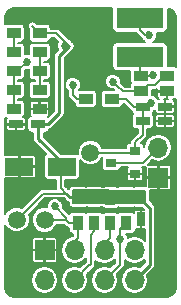
<source format=gtl>
%TF.GenerationSoftware,KiCad,Pcbnew,4.0.7*%
%TF.CreationDate,2017-10-11T16:39:00+02:00*%
%TF.ProjectId,ESP12_pcb,45535031325F7063622E6B696361645F,rev?*%
%TF.FileFunction,Copper,L1,Top,Signal*%
%FSLAX46Y46*%
G04 Gerber Fmt 4.6, Leading zero omitted, Abs format (unit mm)*
G04 Created by KiCad (PCBNEW 4.0.7) date Wednesday, 11 October 2017 'PMt' 16:39:00*
%MOMM*%
%LPD*%
G01*
G04 APERTURE LIST*
%ADD10C,0.127000*%
%ADD11C,0.600000*%
%ADD12R,1.200000X0.900000*%
%ADD13R,0.750000X1.200000*%
%ADD14R,1.200000X0.750000*%
%ADD15R,1.700000X1.700000*%
%ADD16O,1.700000X1.700000*%
%ADD17R,0.900000X0.800000*%
%ADD18R,0.900000X1.200000*%
%ADD19C,1.500000*%
%ADD20R,4.000000X1.750000*%
%ADD21R,2.400000X1.500000*%
%ADD22C,0.685800*%
%ADD23C,0.250000*%
%ADD24C,0.152400*%
%ADD25C,0.150000*%
G04 APERTURE END LIST*
D10*
D11*
X56500000Y-68400000D03*
X50300000Y-71800000D03*
X49150000Y-71800000D03*
X50300000Y-68350000D03*
X49150000Y-68325000D03*
D12*
X54000000Y-71525000D03*
X56200000Y-71525000D03*
D13*
X54000000Y-81800000D03*
X54000000Y-83700000D03*
D14*
X54125000Y-75375000D03*
X56025000Y-75375000D03*
X54125000Y-74150000D03*
X56025000Y-74150000D03*
X45300000Y-75650000D03*
X43400000Y-75650000D03*
D15*
X55450000Y-80165000D03*
D16*
X55450000Y-77625000D03*
D17*
X53475000Y-79850000D03*
X53475000Y-77950000D03*
X51475000Y-78900000D03*
D12*
X51500000Y-73500000D03*
X49300000Y-73500000D03*
X53975000Y-72875000D03*
X56175000Y-72875000D03*
X43200000Y-69550000D03*
X45400000Y-69550000D03*
X45400000Y-72750000D03*
X43200000Y-72750000D03*
X45400000Y-71150000D03*
X43200000Y-71150000D03*
X43200000Y-74350000D03*
X45400000Y-74350000D03*
D18*
X48662944Y-81786326D03*
X48662944Y-83986326D03*
X52737944Y-81811326D03*
X52737944Y-84011326D03*
X50000000Y-81775000D03*
X50000000Y-83975000D03*
X51400000Y-81850000D03*
X51400000Y-84050000D03*
D19*
X49700000Y-78050000D03*
X43475000Y-83725000D03*
X45825000Y-83750000D03*
D15*
X45820000Y-86310000D03*
D16*
X45820000Y-88850000D03*
X48360000Y-86310000D03*
X48360000Y-88850000D03*
X50900000Y-86310000D03*
X50900000Y-88850000D03*
X53440000Y-86310000D03*
X53440000Y-88850000D03*
D12*
X45400000Y-67950000D03*
X43200000Y-67950000D03*
D11*
X54000000Y-84975000D03*
D20*
X53900000Y-69925000D03*
X53900000Y-66675000D03*
D21*
X47275000Y-79250000D03*
X43675000Y-79250000D03*
D22*
X47557497Y-69008757D03*
X55000588Y-71497490D03*
X54828099Y-73865585D03*
X54678098Y-68125000D03*
X48214286Y-72319702D03*
X51601287Y-72032195D03*
X46700000Y-82600000D03*
X52190428Y-85351068D03*
X44300000Y-70350000D03*
D23*
X47662944Y-81511326D02*
X47937944Y-81786326D01*
X47937944Y-81786326D02*
X48662944Y-81786326D01*
X53440000Y-88850000D02*
X54754001Y-87535999D01*
X54754001Y-87535999D02*
X54754001Y-82779001D01*
X54754001Y-82779001D02*
X54000000Y-82025000D01*
X54000000Y-82025000D02*
X54000000Y-81800000D01*
D24*
X47572595Y-69023855D02*
X47557497Y-69008757D01*
X47903088Y-69023855D02*
X47572595Y-69023855D01*
D23*
X47075000Y-69851943D02*
X47903088Y-69023855D01*
X47075000Y-74725000D02*
X47075000Y-69851943D01*
X46150000Y-75650000D02*
X47075000Y-74725000D01*
X45300000Y-75650000D02*
X46150000Y-75650000D01*
D24*
X46829233Y-67950000D02*
X47903088Y-69023855D01*
X45400000Y-67950000D02*
X46829233Y-67950000D01*
X43475000Y-83725000D02*
X45688674Y-81511326D01*
X45688674Y-81511326D02*
X47662944Y-81511326D01*
X47175000Y-79250000D02*
X47175000Y-81023382D01*
X47175000Y-81023382D02*
X47662944Y-81511326D01*
D23*
X47175000Y-79250000D02*
X47175000Y-78750000D01*
X47175000Y-78750000D02*
X45300000Y-76875000D01*
X45300000Y-76875000D02*
X45300000Y-75650000D01*
D24*
X44800000Y-67350000D02*
X45400000Y-67950000D01*
X53900000Y-69925000D02*
X53900000Y-71425000D01*
X53900000Y-71425000D02*
X54000000Y-71525000D01*
X49700000Y-78050000D02*
X53375000Y-78050000D01*
X53375000Y-78050000D02*
X53475000Y-77950000D01*
X54973078Y-71525000D02*
X55000588Y-71497490D01*
X54000000Y-71525000D02*
X54973078Y-71525000D01*
X54125000Y-74150000D02*
X54543684Y-74150000D01*
X54543684Y-74150000D02*
X54828099Y-73865585D01*
X54125000Y-74150000D02*
X53372600Y-74150000D01*
X53372600Y-74150000D02*
X52722600Y-73500000D01*
X52722600Y-73500000D02*
X51500000Y-73500000D01*
X54125000Y-75375000D02*
X54125000Y-74150000D01*
X53475000Y-77175000D02*
X54125000Y-76525000D01*
X54125000Y-76525000D02*
X54125000Y-75375000D01*
X53475000Y-77950000D02*
X53475000Y-77175000D01*
X53900000Y-75375000D02*
X54125000Y-75375000D01*
X55450000Y-77625000D02*
X54175000Y-78900000D01*
X54175000Y-78900000D02*
X51475000Y-78900000D01*
X53900000Y-66675000D02*
X53900000Y-67702400D01*
X53900000Y-67702400D02*
X54322600Y-68125000D01*
X54322600Y-68125000D02*
X54678098Y-68125000D01*
X49300000Y-73500000D02*
X48547600Y-73500000D01*
X48547600Y-73500000D02*
X48214286Y-73166686D01*
X48214286Y-73166686D02*
X48214286Y-72804635D01*
X48214286Y-72804635D02*
X48214286Y-72319702D01*
X52444092Y-72875000D02*
X51944186Y-72375094D01*
X53975000Y-72875000D02*
X52444092Y-72875000D01*
X51944186Y-72375094D02*
X51601287Y-72032195D01*
X54544799Y-72305201D02*
X53975000Y-72875000D01*
X55969268Y-71525000D02*
X55189067Y-72305201D01*
X56200000Y-71525000D02*
X55969268Y-71525000D01*
X55189067Y-72305201D02*
X54544799Y-72305201D01*
X43200000Y-69550000D02*
X43200000Y-68947600D01*
X43200000Y-68947600D02*
X43200000Y-67950000D01*
X48662944Y-83986326D02*
X47860596Y-83986326D01*
X47860596Y-83986326D02*
X47624270Y-83750000D01*
X48360000Y-85565000D02*
X48662944Y-85262056D01*
X48662944Y-85262056D02*
X48662944Y-83986326D01*
X48360000Y-86310000D02*
X48360000Y-85565000D01*
X47662944Y-83711326D02*
X47662944Y-83562944D01*
X47662944Y-83562944D02*
X46700000Y-82600000D01*
X45825000Y-83750000D02*
X47624270Y-83750000D01*
X47624270Y-83750000D02*
X47662944Y-83711326D01*
X52190428Y-85351068D02*
X52190428Y-84558842D01*
X52190428Y-84558842D02*
X52737944Y-84011326D01*
X52190428Y-85836001D02*
X52190428Y-85351068D01*
X52190428Y-87559572D02*
X52190428Y-85836001D01*
X50900000Y-88850000D02*
X52190428Y-87559572D01*
X50900000Y-85750000D02*
X51400000Y-85250000D01*
X51400000Y-85250000D02*
X51400000Y-84050000D01*
X50900000Y-86310000D02*
X50900000Y-85750000D01*
X50400000Y-85810000D02*
X50900000Y-86310000D01*
X50000000Y-84727400D02*
X49719799Y-85007601D01*
X49719799Y-85007601D02*
X49719799Y-87490201D01*
X49719799Y-87490201D02*
X49540201Y-87669799D01*
X48360000Y-88850000D02*
X49540201Y-87669799D01*
X50000000Y-84727400D02*
X50000000Y-83975000D01*
X45400000Y-71150000D02*
X45400000Y-72750000D01*
X45400000Y-69550000D02*
X45400000Y-70152400D01*
X45400000Y-70152400D02*
X45400000Y-71150000D01*
X43200000Y-71150000D02*
X43500000Y-71150000D01*
X43500000Y-71150000D02*
X44300000Y-70350000D01*
X43200000Y-72750000D02*
X43200000Y-74350000D01*
X43200000Y-71150000D02*
X43200000Y-72750000D01*
D25*
G36*
X55350000Y-72793750D02*
X55406250Y-72850000D01*
X56150000Y-72850000D01*
X56150000Y-72830000D01*
X56200000Y-72830000D01*
X56200000Y-72850000D01*
X56220000Y-72850000D01*
X56220000Y-72900000D01*
X56200000Y-72900000D01*
X56200000Y-73493750D01*
X56256250Y-73550000D01*
X56106250Y-73550000D01*
X56050000Y-73606250D01*
X56050000Y-74125000D01*
X56793750Y-74125000D01*
X56850000Y-74068750D01*
X56850000Y-73730244D01*
X56815746Y-73647548D01*
X56752452Y-73584254D01*
X56669755Y-73550000D01*
X56819755Y-73550000D01*
X56902452Y-73515746D01*
X56911500Y-73506698D01*
X56911500Y-89521584D01*
X56852118Y-89820117D01*
X56699110Y-90049110D01*
X56470117Y-90202118D01*
X56171584Y-90261500D01*
X43228416Y-90261500D01*
X42929883Y-90202118D01*
X42700890Y-90049110D01*
X42547882Y-89820117D01*
X42488500Y-89521584D01*
X42488500Y-88826902D01*
X44641000Y-88826902D01*
X44641000Y-88873098D01*
X44730746Y-89324282D01*
X44986321Y-89706777D01*
X45368816Y-89962352D01*
X45820000Y-90052098D01*
X46271184Y-89962352D01*
X46653679Y-89706777D01*
X46909254Y-89324282D01*
X46999000Y-88873098D01*
X46999000Y-88826902D01*
X46909254Y-88375718D01*
X46653679Y-87993223D01*
X46271184Y-87737648D01*
X45820000Y-87647902D01*
X45368816Y-87737648D01*
X44986321Y-87993223D01*
X44730746Y-88375718D01*
X44641000Y-88826902D01*
X42488500Y-88826902D01*
X42488500Y-86391250D01*
X44745000Y-86391250D01*
X44745000Y-87204755D01*
X44779254Y-87287452D01*
X44842548Y-87350746D01*
X44925244Y-87385000D01*
X45738750Y-87385000D01*
X45795000Y-87328750D01*
X45795000Y-86335000D01*
X45845000Y-86335000D01*
X45845000Y-87328750D01*
X45901250Y-87385000D01*
X46714756Y-87385000D01*
X46797452Y-87350746D01*
X46860746Y-87287452D01*
X46895000Y-87204755D01*
X46895000Y-86391250D01*
X46838750Y-86335000D01*
X45845000Y-86335000D01*
X45795000Y-86335000D01*
X44801250Y-86335000D01*
X44745000Y-86391250D01*
X42488500Y-86391250D01*
X42488500Y-85415245D01*
X44745000Y-85415245D01*
X44745000Y-86228750D01*
X44801250Y-86285000D01*
X45795000Y-86285000D01*
X45795000Y-85291250D01*
X45845000Y-85291250D01*
X45845000Y-86285000D01*
X46838750Y-86285000D01*
X46895000Y-86228750D01*
X46895000Y-85415245D01*
X46860746Y-85332548D01*
X46797452Y-85269254D01*
X46714756Y-85235000D01*
X45901250Y-85235000D01*
X45845000Y-85291250D01*
X45795000Y-85291250D01*
X45738750Y-85235000D01*
X44925244Y-85235000D01*
X44842548Y-85269254D01*
X44779254Y-85332548D01*
X44745000Y-85415245D01*
X42488500Y-85415245D01*
X42488500Y-84163004D01*
X42559735Y-84335406D01*
X42862997Y-84639198D01*
X43259432Y-84803812D01*
X43688685Y-84804187D01*
X44085406Y-84640265D01*
X44389198Y-84337003D01*
X44553812Y-83940568D01*
X44554187Y-83511315D01*
X44468676Y-83304364D01*
X45856514Y-81916526D01*
X47426092Y-81916526D01*
X47616918Y-82107353D01*
X47764206Y-82205767D01*
X47877499Y-82228303D01*
X47877499Y-82386326D01*
X47900440Y-82508246D01*
X47972494Y-82620222D01*
X48082437Y-82695343D01*
X48212944Y-82721771D01*
X49112944Y-82721771D01*
X49234864Y-82698830D01*
X49341112Y-82630462D01*
X49419493Y-82684017D01*
X49550000Y-82710445D01*
X50450000Y-82710445D01*
X50571920Y-82687504D01*
X50670891Y-82623818D01*
X50709550Y-82683896D01*
X50819493Y-82759017D01*
X50950000Y-82785445D01*
X51850000Y-82785445D01*
X51971920Y-82762504D01*
X52083896Y-82690450D01*
X52093378Y-82676573D01*
X52157437Y-82720343D01*
X52287944Y-82746771D01*
X53187944Y-82746771D01*
X53309864Y-82723830D01*
X53416112Y-82655462D01*
X53494493Y-82709017D01*
X53625000Y-82735445D01*
X54068392Y-82735445D01*
X54207947Y-82875000D01*
X54081250Y-82875000D01*
X54025000Y-82931250D01*
X54025000Y-83675000D01*
X54045000Y-83675000D01*
X54045000Y-83725000D01*
X54025000Y-83725000D01*
X54025000Y-84468750D01*
X54081250Y-84525000D01*
X54300001Y-84525000D01*
X54300001Y-85492617D01*
X54273679Y-85453223D01*
X53891184Y-85197648D01*
X53440000Y-85107902D01*
X52988816Y-85197648D01*
X52862388Y-85282124D01*
X52862444Y-85218005D01*
X52760369Y-84970965D01*
X52736217Y-84946771D01*
X53187944Y-84946771D01*
X53309864Y-84923830D01*
X53421840Y-84851776D01*
X53496961Y-84741833D01*
X53523389Y-84611326D01*
X53523389Y-84501450D01*
X53580244Y-84525000D01*
X53918750Y-84525000D01*
X53975000Y-84468750D01*
X53975000Y-83725000D01*
X53955000Y-83725000D01*
X53955000Y-83675000D01*
X53975000Y-83675000D01*
X53975000Y-82931250D01*
X53918750Y-82875000D01*
X53580244Y-82875000D01*
X53497548Y-82909254D01*
X53434254Y-82972548D01*
X53400000Y-83055245D01*
X53400000Y-83158029D01*
X53318451Y-83102309D01*
X53187944Y-83075881D01*
X52287944Y-83075881D01*
X52166024Y-83098822D01*
X52054048Y-83170876D01*
X52044566Y-83184753D01*
X51980507Y-83140983D01*
X51850000Y-83114555D01*
X50950000Y-83114555D01*
X50828080Y-83137496D01*
X50729109Y-83201182D01*
X50690450Y-83141104D01*
X50580507Y-83065983D01*
X50450000Y-83039555D01*
X49550000Y-83039555D01*
X49428080Y-83062496D01*
X49321832Y-83130864D01*
X49243451Y-83077309D01*
X49112944Y-83050881D01*
X48212944Y-83050881D01*
X48091024Y-83073822D01*
X47979048Y-83145876D01*
X47914047Y-83241008D01*
X47371814Y-82698774D01*
X47372016Y-82466937D01*
X47269941Y-82219897D01*
X47081098Y-82030723D01*
X46834235Y-81928217D01*
X46566937Y-81927984D01*
X46319897Y-82030059D01*
X46130723Y-82218902D01*
X46028217Y-82465765D01*
X46028038Y-82671177D01*
X45611315Y-82670813D01*
X45214594Y-82834735D01*
X44910802Y-83137997D01*
X44746188Y-83534432D01*
X44745813Y-83963685D01*
X44909735Y-84360406D01*
X45212997Y-84664198D01*
X45609432Y-84828812D01*
X46038685Y-84829187D01*
X46435406Y-84665265D01*
X46739198Y-84362003D01*
X46825070Y-84155200D01*
X47456431Y-84155200D01*
X47574074Y-84272843D01*
X47574076Y-84272846D01*
X47705533Y-84360682D01*
X47860596Y-84391526D01*
X47877499Y-84391526D01*
X47877499Y-84586326D01*
X47900440Y-84708246D01*
X47972494Y-84820222D01*
X48082437Y-84895343D01*
X48212944Y-84921771D01*
X48257744Y-84921771D01*
X48257744Y-85094217D01*
X48215270Y-85136691D01*
X47908816Y-85197648D01*
X47526321Y-85453223D01*
X47270746Y-85835718D01*
X47181000Y-86286902D01*
X47181000Y-86333098D01*
X47270746Y-86784282D01*
X47526321Y-87166777D01*
X47908816Y-87422352D01*
X48360000Y-87512098D01*
X48811184Y-87422352D01*
X49193679Y-87166777D01*
X49314599Y-86985807D01*
X49314599Y-87322361D01*
X49253681Y-87383279D01*
X49253679Y-87383282D01*
X48864013Y-87772947D01*
X48811184Y-87737648D01*
X48360000Y-87647902D01*
X47908816Y-87737648D01*
X47526321Y-87993223D01*
X47270746Y-88375718D01*
X47181000Y-88826902D01*
X47181000Y-88873098D01*
X47270746Y-89324282D01*
X47526321Y-89706777D01*
X47908816Y-89962352D01*
X48360000Y-90052098D01*
X48811184Y-89962352D01*
X49193679Y-89706777D01*
X49449254Y-89324282D01*
X49539000Y-88873098D01*
X49539000Y-88826902D01*
X49449254Y-88375718D01*
X49432458Y-88350581D01*
X49826718Y-87956321D01*
X49826721Y-87956319D01*
X50006319Y-87776721D01*
X50094155Y-87645265D01*
X50125000Y-87490201D01*
X50124999Y-87490196D01*
X50124999Y-87205984D01*
X50448816Y-87422352D01*
X50900000Y-87512098D01*
X51351184Y-87422352D01*
X51733679Y-87166777D01*
X51785228Y-87089628D01*
X51785228Y-87391732D01*
X51404013Y-87772947D01*
X51351184Y-87737648D01*
X50900000Y-87647902D01*
X50448816Y-87737648D01*
X50066321Y-87993223D01*
X49810746Y-88375718D01*
X49721000Y-88826902D01*
X49721000Y-88873098D01*
X49810746Y-89324282D01*
X50066321Y-89706777D01*
X50448816Y-89962352D01*
X50900000Y-90052098D01*
X51351184Y-89962352D01*
X51733679Y-89706777D01*
X51989254Y-89324282D01*
X52079000Y-88873098D01*
X52079000Y-88826902D01*
X51989254Y-88375718D01*
X51972458Y-88350582D01*
X52476948Y-87846092D01*
X52564784Y-87714635D01*
X52595629Y-87559572D01*
X52595628Y-87559567D01*
X52595628Y-87150774D01*
X52606321Y-87166777D01*
X52988816Y-87422352D01*
X53440000Y-87512098D01*
X53891184Y-87422352D01*
X54273679Y-87166777D01*
X54300001Y-87127383D01*
X54300001Y-87347946D01*
X53902643Y-87745305D01*
X53891184Y-87737648D01*
X53440000Y-87647902D01*
X52988816Y-87737648D01*
X52606321Y-87993223D01*
X52350746Y-88375718D01*
X52261000Y-88826902D01*
X52261000Y-88873098D01*
X52350746Y-89324282D01*
X52606321Y-89706777D01*
X52988816Y-89962352D01*
X53440000Y-90052098D01*
X53891184Y-89962352D01*
X54273679Y-89706777D01*
X54529254Y-89324282D01*
X54619000Y-88873098D01*
X54619000Y-88826902D01*
X54533747Y-88398306D01*
X55075027Y-87857026D01*
X55173442Y-87709737D01*
X55186266Y-87645265D01*
X55208001Y-87535999D01*
X55208001Y-82779001D01*
X55173442Y-82605263D01*
X55173442Y-82605262D01*
X55075027Y-82457974D01*
X54710445Y-82093392D01*
X54710445Y-81240000D01*
X55368750Y-81240000D01*
X55425000Y-81183750D01*
X55425000Y-80190000D01*
X55475000Y-80190000D01*
X55475000Y-81183750D01*
X55531250Y-81240000D01*
X56344755Y-81240000D01*
X56427452Y-81205746D01*
X56490746Y-81142452D01*
X56525000Y-81059756D01*
X56525000Y-80246250D01*
X56468750Y-80190000D01*
X55475000Y-80190000D01*
X55425000Y-80190000D01*
X54431250Y-80190000D01*
X54375000Y-80246250D01*
X54375000Y-80864555D01*
X53625000Y-80864555D01*
X53503080Y-80887496D01*
X53396832Y-80955864D01*
X53318451Y-80902309D01*
X53187944Y-80875881D01*
X52287944Y-80875881D01*
X52166024Y-80898822D01*
X52054048Y-80970876D01*
X52044566Y-80984753D01*
X51980507Y-80940983D01*
X51850000Y-80914555D01*
X50950000Y-80914555D01*
X50828080Y-80937496D01*
X50729109Y-81001182D01*
X50690450Y-80941104D01*
X50580507Y-80865983D01*
X50450000Y-80839555D01*
X49550000Y-80839555D01*
X49428080Y-80862496D01*
X49321832Y-80930864D01*
X49243451Y-80877309D01*
X49112944Y-80850881D01*
X48212944Y-80850881D01*
X48091024Y-80873822D01*
X47979048Y-80945876D01*
X47903927Y-81055819D01*
X47889480Y-81127163D01*
X47836682Y-81091885D01*
X47811543Y-81086885D01*
X47580200Y-80855542D01*
X47580200Y-80335445D01*
X48475000Y-80335445D01*
X48596920Y-80312504D01*
X48708896Y-80240450D01*
X48784017Y-80130507D01*
X48810445Y-80000000D01*
X48810445Y-79931250D01*
X52800000Y-79931250D01*
X52800000Y-80294756D01*
X52834254Y-80377452D01*
X52897548Y-80440746D01*
X52980245Y-80475000D01*
X53393750Y-80475000D01*
X53450000Y-80418750D01*
X53450000Y-79875000D01*
X53500000Y-79875000D01*
X53500000Y-80418750D01*
X53556250Y-80475000D01*
X53969755Y-80475000D01*
X54052452Y-80440746D01*
X54115746Y-80377452D01*
X54150000Y-80294756D01*
X54150000Y-79931250D01*
X54093750Y-79875000D01*
X53500000Y-79875000D01*
X53450000Y-79875000D01*
X52856250Y-79875000D01*
X52800000Y-79931250D01*
X48810445Y-79931250D01*
X48810445Y-78686161D01*
X49087997Y-78964198D01*
X49484432Y-79128812D01*
X49913685Y-79129187D01*
X50310406Y-78965265D01*
X50614198Y-78662003D01*
X50697254Y-78461983D01*
X50689555Y-78500000D01*
X50689555Y-79300000D01*
X50712496Y-79421920D01*
X50784550Y-79533896D01*
X50894493Y-79609017D01*
X51025000Y-79635445D01*
X51925000Y-79635445D01*
X52046920Y-79612504D01*
X52158896Y-79540450D01*
X52234017Y-79430507D01*
X52259392Y-79305200D01*
X52851602Y-79305200D01*
X52834254Y-79322548D01*
X52800000Y-79405244D01*
X52800000Y-79768750D01*
X52856250Y-79825000D01*
X53450000Y-79825000D01*
X53450000Y-79805000D01*
X53500000Y-79805000D01*
X53500000Y-79825000D01*
X54093750Y-79825000D01*
X54150000Y-79768750D01*
X54150000Y-79405244D01*
X54115746Y-79322548D01*
X54098398Y-79305200D01*
X54175000Y-79305200D01*
X54330064Y-79274356D01*
X54389841Y-79234414D01*
X54375000Y-79270244D01*
X54375000Y-80083750D01*
X54431250Y-80140000D01*
X55425000Y-80140000D01*
X55425000Y-79146250D01*
X55475000Y-79146250D01*
X55475000Y-80140000D01*
X56468750Y-80140000D01*
X56525000Y-80083750D01*
X56525000Y-79270244D01*
X56490746Y-79187548D01*
X56427452Y-79124254D01*
X56344755Y-79090000D01*
X55531250Y-79090000D01*
X55475000Y-79146250D01*
X55425000Y-79146250D01*
X55368750Y-79090000D01*
X54558040Y-79090000D01*
X54950581Y-78697458D01*
X54975718Y-78714254D01*
X55426902Y-78804000D01*
X55473098Y-78804000D01*
X55924282Y-78714254D01*
X56306777Y-78458679D01*
X56562352Y-78076184D01*
X56652098Y-77625000D01*
X56562352Y-77173816D01*
X56306777Y-76791321D01*
X55924282Y-76535746D01*
X55473098Y-76446000D01*
X55426902Y-76446000D01*
X54975718Y-76535746D01*
X54593223Y-76791321D01*
X54337648Y-77173816D01*
X54260445Y-77561942D01*
X54260445Y-77550000D01*
X54237504Y-77428080D01*
X54165450Y-77316104D01*
X54055507Y-77240983D01*
X53994426Y-77228614D01*
X54411520Y-76811520D01*
X54499356Y-76680063D01*
X54530201Y-76525000D01*
X54530200Y-76524995D01*
X54530200Y-76085445D01*
X54725000Y-76085445D01*
X54846920Y-76062504D01*
X54958896Y-75990450D01*
X55034017Y-75880507D01*
X55060445Y-75750000D01*
X55060445Y-75456250D01*
X55200000Y-75456250D01*
X55200000Y-75794756D01*
X55234254Y-75877452D01*
X55297548Y-75940746D01*
X55380245Y-75975000D01*
X55943750Y-75975000D01*
X56000000Y-75918750D01*
X56000000Y-75400000D01*
X56050000Y-75400000D01*
X56050000Y-75918750D01*
X56106250Y-75975000D01*
X56669755Y-75975000D01*
X56752452Y-75940746D01*
X56815746Y-75877452D01*
X56850000Y-75794756D01*
X56850000Y-75456250D01*
X56793750Y-75400000D01*
X56050000Y-75400000D01*
X56000000Y-75400000D01*
X55256250Y-75400000D01*
X55200000Y-75456250D01*
X55060445Y-75456250D01*
X55060445Y-75000000D01*
X55052024Y-74955244D01*
X55200000Y-74955244D01*
X55200000Y-75293750D01*
X55256250Y-75350000D01*
X56000000Y-75350000D01*
X56000000Y-74831250D01*
X56050000Y-74831250D01*
X56050000Y-75350000D01*
X56793750Y-75350000D01*
X56850000Y-75293750D01*
X56850000Y-74955244D01*
X56815746Y-74872548D01*
X56752452Y-74809254D01*
X56669755Y-74775000D01*
X56106250Y-74775000D01*
X56050000Y-74831250D01*
X56000000Y-74831250D01*
X55943750Y-74775000D01*
X55380245Y-74775000D01*
X55297548Y-74809254D01*
X55234254Y-74872548D01*
X55200000Y-74955244D01*
X55052024Y-74955244D01*
X55037504Y-74878080D01*
X54965450Y-74766104D01*
X54960677Y-74762843D01*
X55034017Y-74655507D01*
X55060445Y-74525000D01*
X55060445Y-74496578D01*
X55200000Y-74438915D01*
X55200000Y-74569756D01*
X55234254Y-74652452D01*
X55297548Y-74715746D01*
X55380245Y-74750000D01*
X55943750Y-74750000D01*
X56000000Y-74693750D01*
X56000000Y-74175000D01*
X56050000Y-74175000D01*
X56050000Y-74693750D01*
X56106250Y-74750000D01*
X56669755Y-74750000D01*
X56752452Y-74715746D01*
X56815746Y-74652452D01*
X56850000Y-74569756D01*
X56850000Y-74231250D01*
X56793750Y-74175000D01*
X56050000Y-74175000D01*
X56000000Y-74175000D01*
X55980000Y-74175000D01*
X55980000Y-74125000D01*
X56000000Y-74125000D01*
X56000000Y-73606250D01*
X55943750Y-73550000D01*
X56093750Y-73550000D01*
X56150000Y-73493750D01*
X56150000Y-72900000D01*
X55406250Y-72900000D01*
X55350000Y-72956250D01*
X55350000Y-73369756D01*
X55384254Y-73452452D01*
X55447548Y-73515746D01*
X55530245Y-73550000D01*
X55424698Y-73550000D01*
X55398040Y-73485482D01*
X55209197Y-73296308D01*
X54962334Y-73193802D01*
X54910445Y-73193757D01*
X54910445Y-72710401D01*
X55189067Y-72710401D01*
X55344131Y-72679557D01*
X55350000Y-72675635D01*
X55350000Y-72793750D01*
X55350000Y-72793750D01*
G37*
X55350000Y-72793750D02*
X55406250Y-72850000D01*
X56150000Y-72850000D01*
X56150000Y-72830000D01*
X56200000Y-72830000D01*
X56200000Y-72850000D01*
X56220000Y-72850000D01*
X56220000Y-72900000D01*
X56200000Y-72900000D01*
X56200000Y-73493750D01*
X56256250Y-73550000D01*
X56106250Y-73550000D01*
X56050000Y-73606250D01*
X56050000Y-74125000D01*
X56793750Y-74125000D01*
X56850000Y-74068750D01*
X56850000Y-73730244D01*
X56815746Y-73647548D01*
X56752452Y-73584254D01*
X56669755Y-73550000D01*
X56819755Y-73550000D01*
X56902452Y-73515746D01*
X56911500Y-73506698D01*
X56911500Y-89521584D01*
X56852118Y-89820117D01*
X56699110Y-90049110D01*
X56470117Y-90202118D01*
X56171584Y-90261500D01*
X43228416Y-90261500D01*
X42929883Y-90202118D01*
X42700890Y-90049110D01*
X42547882Y-89820117D01*
X42488500Y-89521584D01*
X42488500Y-88826902D01*
X44641000Y-88826902D01*
X44641000Y-88873098D01*
X44730746Y-89324282D01*
X44986321Y-89706777D01*
X45368816Y-89962352D01*
X45820000Y-90052098D01*
X46271184Y-89962352D01*
X46653679Y-89706777D01*
X46909254Y-89324282D01*
X46999000Y-88873098D01*
X46999000Y-88826902D01*
X46909254Y-88375718D01*
X46653679Y-87993223D01*
X46271184Y-87737648D01*
X45820000Y-87647902D01*
X45368816Y-87737648D01*
X44986321Y-87993223D01*
X44730746Y-88375718D01*
X44641000Y-88826902D01*
X42488500Y-88826902D01*
X42488500Y-86391250D01*
X44745000Y-86391250D01*
X44745000Y-87204755D01*
X44779254Y-87287452D01*
X44842548Y-87350746D01*
X44925244Y-87385000D01*
X45738750Y-87385000D01*
X45795000Y-87328750D01*
X45795000Y-86335000D01*
X45845000Y-86335000D01*
X45845000Y-87328750D01*
X45901250Y-87385000D01*
X46714756Y-87385000D01*
X46797452Y-87350746D01*
X46860746Y-87287452D01*
X46895000Y-87204755D01*
X46895000Y-86391250D01*
X46838750Y-86335000D01*
X45845000Y-86335000D01*
X45795000Y-86335000D01*
X44801250Y-86335000D01*
X44745000Y-86391250D01*
X42488500Y-86391250D01*
X42488500Y-85415245D01*
X44745000Y-85415245D01*
X44745000Y-86228750D01*
X44801250Y-86285000D01*
X45795000Y-86285000D01*
X45795000Y-85291250D01*
X45845000Y-85291250D01*
X45845000Y-86285000D01*
X46838750Y-86285000D01*
X46895000Y-86228750D01*
X46895000Y-85415245D01*
X46860746Y-85332548D01*
X46797452Y-85269254D01*
X46714756Y-85235000D01*
X45901250Y-85235000D01*
X45845000Y-85291250D01*
X45795000Y-85291250D01*
X45738750Y-85235000D01*
X44925244Y-85235000D01*
X44842548Y-85269254D01*
X44779254Y-85332548D01*
X44745000Y-85415245D01*
X42488500Y-85415245D01*
X42488500Y-84163004D01*
X42559735Y-84335406D01*
X42862997Y-84639198D01*
X43259432Y-84803812D01*
X43688685Y-84804187D01*
X44085406Y-84640265D01*
X44389198Y-84337003D01*
X44553812Y-83940568D01*
X44554187Y-83511315D01*
X44468676Y-83304364D01*
X45856514Y-81916526D01*
X47426092Y-81916526D01*
X47616918Y-82107353D01*
X47764206Y-82205767D01*
X47877499Y-82228303D01*
X47877499Y-82386326D01*
X47900440Y-82508246D01*
X47972494Y-82620222D01*
X48082437Y-82695343D01*
X48212944Y-82721771D01*
X49112944Y-82721771D01*
X49234864Y-82698830D01*
X49341112Y-82630462D01*
X49419493Y-82684017D01*
X49550000Y-82710445D01*
X50450000Y-82710445D01*
X50571920Y-82687504D01*
X50670891Y-82623818D01*
X50709550Y-82683896D01*
X50819493Y-82759017D01*
X50950000Y-82785445D01*
X51850000Y-82785445D01*
X51971920Y-82762504D01*
X52083896Y-82690450D01*
X52093378Y-82676573D01*
X52157437Y-82720343D01*
X52287944Y-82746771D01*
X53187944Y-82746771D01*
X53309864Y-82723830D01*
X53416112Y-82655462D01*
X53494493Y-82709017D01*
X53625000Y-82735445D01*
X54068392Y-82735445D01*
X54207947Y-82875000D01*
X54081250Y-82875000D01*
X54025000Y-82931250D01*
X54025000Y-83675000D01*
X54045000Y-83675000D01*
X54045000Y-83725000D01*
X54025000Y-83725000D01*
X54025000Y-84468750D01*
X54081250Y-84525000D01*
X54300001Y-84525000D01*
X54300001Y-85492617D01*
X54273679Y-85453223D01*
X53891184Y-85197648D01*
X53440000Y-85107902D01*
X52988816Y-85197648D01*
X52862388Y-85282124D01*
X52862444Y-85218005D01*
X52760369Y-84970965D01*
X52736217Y-84946771D01*
X53187944Y-84946771D01*
X53309864Y-84923830D01*
X53421840Y-84851776D01*
X53496961Y-84741833D01*
X53523389Y-84611326D01*
X53523389Y-84501450D01*
X53580244Y-84525000D01*
X53918750Y-84525000D01*
X53975000Y-84468750D01*
X53975000Y-83725000D01*
X53955000Y-83725000D01*
X53955000Y-83675000D01*
X53975000Y-83675000D01*
X53975000Y-82931250D01*
X53918750Y-82875000D01*
X53580244Y-82875000D01*
X53497548Y-82909254D01*
X53434254Y-82972548D01*
X53400000Y-83055245D01*
X53400000Y-83158029D01*
X53318451Y-83102309D01*
X53187944Y-83075881D01*
X52287944Y-83075881D01*
X52166024Y-83098822D01*
X52054048Y-83170876D01*
X52044566Y-83184753D01*
X51980507Y-83140983D01*
X51850000Y-83114555D01*
X50950000Y-83114555D01*
X50828080Y-83137496D01*
X50729109Y-83201182D01*
X50690450Y-83141104D01*
X50580507Y-83065983D01*
X50450000Y-83039555D01*
X49550000Y-83039555D01*
X49428080Y-83062496D01*
X49321832Y-83130864D01*
X49243451Y-83077309D01*
X49112944Y-83050881D01*
X48212944Y-83050881D01*
X48091024Y-83073822D01*
X47979048Y-83145876D01*
X47914047Y-83241008D01*
X47371814Y-82698774D01*
X47372016Y-82466937D01*
X47269941Y-82219897D01*
X47081098Y-82030723D01*
X46834235Y-81928217D01*
X46566937Y-81927984D01*
X46319897Y-82030059D01*
X46130723Y-82218902D01*
X46028217Y-82465765D01*
X46028038Y-82671177D01*
X45611315Y-82670813D01*
X45214594Y-82834735D01*
X44910802Y-83137997D01*
X44746188Y-83534432D01*
X44745813Y-83963685D01*
X44909735Y-84360406D01*
X45212997Y-84664198D01*
X45609432Y-84828812D01*
X46038685Y-84829187D01*
X46435406Y-84665265D01*
X46739198Y-84362003D01*
X46825070Y-84155200D01*
X47456431Y-84155200D01*
X47574074Y-84272843D01*
X47574076Y-84272846D01*
X47705533Y-84360682D01*
X47860596Y-84391526D01*
X47877499Y-84391526D01*
X47877499Y-84586326D01*
X47900440Y-84708246D01*
X47972494Y-84820222D01*
X48082437Y-84895343D01*
X48212944Y-84921771D01*
X48257744Y-84921771D01*
X48257744Y-85094217D01*
X48215270Y-85136691D01*
X47908816Y-85197648D01*
X47526321Y-85453223D01*
X47270746Y-85835718D01*
X47181000Y-86286902D01*
X47181000Y-86333098D01*
X47270746Y-86784282D01*
X47526321Y-87166777D01*
X47908816Y-87422352D01*
X48360000Y-87512098D01*
X48811184Y-87422352D01*
X49193679Y-87166777D01*
X49314599Y-86985807D01*
X49314599Y-87322361D01*
X49253681Y-87383279D01*
X49253679Y-87383282D01*
X48864013Y-87772947D01*
X48811184Y-87737648D01*
X48360000Y-87647902D01*
X47908816Y-87737648D01*
X47526321Y-87993223D01*
X47270746Y-88375718D01*
X47181000Y-88826902D01*
X47181000Y-88873098D01*
X47270746Y-89324282D01*
X47526321Y-89706777D01*
X47908816Y-89962352D01*
X48360000Y-90052098D01*
X48811184Y-89962352D01*
X49193679Y-89706777D01*
X49449254Y-89324282D01*
X49539000Y-88873098D01*
X49539000Y-88826902D01*
X49449254Y-88375718D01*
X49432458Y-88350581D01*
X49826718Y-87956321D01*
X49826721Y-87956319D01*
X50006319Y-87776721D01*
X50094155Y-87645265D01*
X50125000Y-87490201D01*
X50124999Y-87490196D01*
X50124999Y-87205984D01*
X50448816Y-87422352D01*
X50900000Y-87512098D01*
X51351184Y-87422352D01*
X51733679Y-87166777D01*
X51785228Y-87089628D01*
X51785228Y-87391732D01*
X51404013Y-87772947D01*
X51351184Y-87737648D01*
X50900000Y-87647902D01*
X50448816Y-87737648D01*
X50066321Y-87993223D01*
X49810746Y-88375718D01*
X49721000Y-88826902D01*
X49721000Y-88873098D01*
X49810746Y-89324282D01*
X50066321Y-89706777D01*
X50448816Y-89962352D01*
X50900000Y-90052098D01*
X51351184Y-89962352D01*
X51733679Y-89706777D01*
X51989254Y-89324282D01*
X52079000Y-88873098D01*
X52079000Y-88826902D01*
X51989254Y-88375718D01*
X51972458Y-88350582D01*
X52476948Y-87846092D01*
X52564784Y-87714635D01*
X52595629Y-87559572D01*
X52595628Y-87559567D01*
X52595628Y-87150774D01*
X52606321Y-87166777D01*
X52988816Y-87422352D01*
X53440000Y-87512098D01*
X53891184Y-87422352D01*
X54273679Y-87166777D01*
X54300001Y-87127383D01*
X54300001Y-87347946D01*
X53902643Y-87745305D01*
X53891184Y-87737648D01*
X53440000Y-87647902D01*
X52988816Y-87737648D01*
X52606321Y-87993223D01*
X52350746Y-88375718D01*
X52261000Y-88826902D01*
X52261000Y-88873098D01*
X52350746Y-89324282D01*
X52606321Y-89706777D01*
X52988816Y-89962352D01*
X53440000Y-90052098D01*
X53891184Y-89962352D01*
X54273679Y-89706777D01*
X54529254Y-89324282D01*
X54619000Y-88873098D01*
X54619000Y-88826902D01*
X54533747Y-88398306D01*
X55075027Y-87857026D01*
X55173442Y-87709737D01*
X55186266Y-87645265D01*
X55208001Y-87535999D01*
X55208001Y-82779001D01*
X55173442Y-82605263D01*
X55173442Y-82605262D01*
X55075027Y-82457974D01*
X54710445Y-82093392D01*
X54710445Y-81240000D01*
X55368750Y-81240000D01*
X55425000Y-81183750D01*
X55425000Y-80190000D01*
X55475000Y-80190000D01*
X55475000Y-81183750D01*
X55531250Y-81240000D01*
X56344755Y-81240000D01*
X56427452Y-81205746D01*
X56490746Y-81142452D01*
X56525000Y-81059756D01*
X56525000Y-80246250D01*
X56468750Y-80190000D01*
X55475000Y-80190000D01*
X55425000Y-80190000D01*
X54431250Y-80190000D01*
X54375000Y-80246250D01*
X54375000Y-80864555D01*
X53625000Y-80864555D01*
X53503080Y-80887496D01*
X53396832Y-80955864D01*
X53318451Y-80902309D01*
X53187944Y-80875881D01*
X52287944Y-80875881D01*
X52166024Y-80898822D01*
X52054048Y-80970876D01*
X52044566Y-80984753D01*
X51980507Y-80940983D01*
X51850000Y-80914555D01*
X50950000Y-80914555D01*
X50828080Y-80937496D01*
X50729109Y-81001182D01*
X50690450Y-80941104D01*
X50580507Y-80865983D01*
X50450000Y-80839555D01*
X49550000Y-80839555D01*
X49428080Y-80862496D01*
X49321832Y-80930864D01*
X49243451Y-80877309D01*
X49112944Y-80850881D01*
X48212944Y-80850881D01*
X48091024Y-80873822D01*
X47979048Y-80945876D01*
X47903927Y-81055819D01*
X47889480Y-81127163D01*
X47836682Y-81091885D01*
X47811543Y-81086885D01*
X47580200Y-80855542D01*
X47580200Y-80335445D01*
X48475000Y-80335445D01*
X48596920Y-80312504D01*
X48708896Y-80240450D01*
X48784017Y-80130507D01*
X48810445Y-80000000D01*
X48810445Y-79931250D01*
X52800000Y-79931250D01*
X52800000Y-80294756D01*
X52834254Y-80377452D01*
X52897548Y-80440746D01*
X52980245Y-80475000D01*
X53393750Y-80475000D01*
X53450000Y-80418750D01*
X53450000Y-79875000D01*
X53500000Y-79875000D01*
X53500000Y-80418750D01*
X53556250Y-80475000D01*
X53969755Y-80475000D01*
X54052452Y-80440746D01*
X54115746Y-80377452D01*
X54150000Y-80294756D01*
X54150000Y-79931250D01*
X54093750Y-79875000D01*
X53500000Y-79875000D01*
X53450000Y-79875000D01*
X52856250Y-79875000D01*
X52800000Y-79931250D01*
X48810445Y-79931250D01*
X48810445Y-78686161D01*
X49087997Y-78964198D01*
X49484432Y-79128812D01*
X49913685Y-79129187D01*
X50310406Y-78965265D01*
X50614198Y-78662003D01*
X50697254Y-78461983D01*
X50689555Y-78500000D01*
X50689555Y-79300000D01*
X50712496Y-79421920D01*
X50784550Y-79533896D01*
X50894493Y-79609017D01*
X51025000Y-79635445D01*
X51925000Y-79635445D01*
X52046920Y-79612504D01*
X52158896Y-79540450D01*
X52234017Y-79430507D01*
X52259392Y-79305200D01*
X52851602Y-79305200D01*
X52834254Y-79322548D01*
X52800000Y-79405244D01*
X52800000Y-79768750D01*
X52856250Y-79825000D01*
X53450000Y-79825000D01*
X53450000Y-79805000D01*
X53500000Y-79805000D01*
X53500000Y-79825000D01*
X54093750Y-79825000D01*
X54150000Y-79768750D01*
X54150000Y-79405244D01*
X54115746Y-79322548D01*
X54098398Y-79305200D01*
X54175000Y-79305200D01*
X54330064Y-79274356D01*
X54389841Y-79234414D01*
X54375000Y-79270244D01*
X54375000Y-80083750D01*
X54431250Y-80140000D01*
X55425000Y-80140000D01*
X55425000Y-79146250D01*
X55475000Y-79146250D01*
X55475000Y-80140000D01*
X56468750Y-80140000D01*
X56525000Y-80083750D01*
X56525000Y-79270244D01*
X56490746Y-79187548D01*
X56427452Y-79124254D01*
X56344755Y-79090000D01*
X55531250Y-79090000D01*
X55475000Y-79146250D01*
X55425000Y-79146250D01*
X55368750Y-79090000D01*
X54558040Y-79090000D01*
X54950581Y-78697458D01*
X54975718Y-78714254D01*
X55426902Y-78804000D01*
X55473098Y-78804000D01*
X55924282Y-78714254D01*
X56306777Y-78458679D01*
X56562352Y-78076184D01*
X56652098Y-77625000D01*
X56562352Y-77173816D01*
X56306777Y-76791321D01*
X55924282Y-76535746D01*
X55473098Y-76446000D01*
X55426902Y-76446000D01*
X54975718Y-76535746D01*
X54593223Y-76791321D01*
X54337648Y-77173816D01*
X54260445Y-77561942D01*
X54260445Y-77550000D01*
X54237504Y-77428080D01*
X54165450Y-77316104D01*
X54055507Y-77240983D01*
X53994426Y-77228614D01*
X54411520Y-76811520D01*
X54499356Y-76680063D01*
X54530201Y-76525000D01*
X54530200Y-76524995D01*
X54530200Y-76085445D01*
X54725000Y-76085445D01*
X54846920Y-76062504D01*
X54958896Y-75990450D01*
X55034017Y-75880507D01*
X55060445Y-75750000D01*
X55060445Y-75456250D01*
X55200000Y-75456250D01*
X55200000Y-75794756D01*
X55234254Y-75877452D01*
X55297548Y-75940746D01*
X55380245Y-75975000D01*
X55943750Y-75975000D01*
X56000000Y-75918750D01*
X56000000Y-75400000D01*
X56050000Y-75400000D01*
X56050000Y-75918750D01*
X56106250Y-75975000D01*
X56669755Y-75975000D01*
X56752452Y-75940746D01*
X56815746Y-75877452D01*
X56850000Y-75794756D01*
X56850000Y-75456250D01*
X56793750Y-75400000D01*
X56050000Y-75400000D01*
X56000000Y-75400000D01*
X55256250Y-75400000D01*
X55200000Y-75456250D01*
X55060445Y-75456250D01*
X55060445Y-75000000D01*
X55052024Y-74955244D01*
X55200000Y-74955244D01*
X55200000Y-75293750D01*
X55256250Y-75350000D01*
X56000000Y-75350000D01*
X56000000Y-74831250D01*
X56050000Y-74831250D01*
X56050000Y-75350000D01*
X56793750Y-75350000D01*
X56850000Y-75293750D01*
X56850000Y-74955244D01*
X56815746Y-74872548D01*
X56752452Y-74809254D01*
X56669755Y-74775000D01*
X56106250Y-74775000D01*
X56050000Y-74831250D01*
X56000000Y-74831250D01*
X55943750Y-74775000D01*
X55380245Y-74775000D01*
X55297548Y-74809254D01*
X55234254Y-74872548D01*
X55200000Y-74955244D01*
X55052024Y-74955244D01*
X55037504Y-74878080D01*
X54965450Y-74766104D01*
X54960677Y-74762843D01*
X55034017Y-74655507D01*
X55060445Y-74525000D01*
X55060445Y-74496578D01*
X55200000Y-74438915D01*
X55200000Y-74569756D01*
X55234254Y-74652452D01*
X55297548Y-74715746D01*
X55380245Y-74750000D01*
X55943750Y-74750000D01*
X56000000Y-74693750D01*
X56000000Y-74175000D01*
X56050000Y-74175000D01*
X56050000Y-74693750D01*
X56106250Y-74750000D01*
X56669755Y-74750000D01*
X56752452Y-74715746D01*
X56815746Y-74652452D01*
X56850000Y-74569756D01*
X56850000Y-74231250D01*
X56793750Y-74175000D01*
X56050000Y-74175000D01*
X56000000Y-74175000D01*
X55980000Y-74175000D01*
X55980000Y-74125000D01*
X56000000Y-74125000D01*
X56000000Y-73606250D01*
X55943750Y-73550000D01*
X56093750Y-73550000D01*
X56150000Y-73493750D01*
X56150000Y-72900000D01*
X55406250Y-72900000D01*
X55350000Y-72956250D01*
X55350000Y-73369756D01*
X55384254Y-73452452D01*
X55447548Y-73515746D01*
X55530245Y-73550000D01*
X55424698Y-73550000D01*
X55398040Y-73485482D01*
X55209197Y-73296308D01*
X54962334Y-73193802D01*
X54910445Y-73193757D01*
X54910445Y-72710401D01*
X55189067Y-72710401D01*
X55344131Y-72679557D01*
X55350000Y-72675635D01*
X55350000Y-72793750D01*
G36*
X51564555Y-67550000D02*
X51587496Y-67671920D01*
X51659550Y-67783896D01*
X51769493Y-67859017D01*
X51900000Y-67885445D01*
X53544340Y-67885445D01*
X53613480Y-67988920D01*
X54036078Y-68411517D01*
X54036080Y-68411520D01*
X54082231Y-68442357D01*
X54108157Y-68505103D01*
X54297000Y-68694277D01*
X54345835Y-68714555D01*
X51900000Y-68714555D01*
X51778080Y-68737496D01*
X51666104Y-68809550D01*
X51590983Y-68919493D01*
X51564555Y-69050000D01*
X51564555Y-70800000D01*
X51587496Y-70921920D01*
X51659550Y-71033896D01*
X51769493Y-71109017D01*
X51900000Y-71135445D01*
X53064555Y-71135445D01*
X53064555Y-71975000D01*
X53087496Y-72096920D01*
X53143070Y-72183285D01*
X53141104Y-72184550D01*
X53065983Y-72294493D01*
X53039555Y-72425000D01*
X53039555Y-72469800D01*
X52611932Y-72469800D01*
X52273101Y-72130969D01*
X52273303Y-71899132D01*
X52171228Y-71652092D01*
X51982385Y-71462918D01*
X51735522Y-71360412D01*
X51468224Y-71360179D01*
X51221184Y-71462254D01*
X51032010Y-71651097D01*
X50929504Y-71897960D01*
X50929271Y-72165258D01*
X51031346Y-72412298D01*
X51220189Y-72601472D01*
X51467052Y-72703978D01*
X51700233Y-72704181D01*
X51710607Y-72714555D01*
X50900000Y-72714555D01*
X50778080Y-72737496D01*
X50666104Y-72809550D01*
X50590983Y-72919493D01*
X50564555Y-73050000D01*
X50564555Y-73950000D01*
X50587496Y-74071920D01*
X50659550Y-74183896D01*
X50769493Y-74259017D01*
X50900000Y-74285445D01*
X52100000Y-74285445D01*
X52221920Y-74262504D01*
X52333896Y-74190450D01*
X52409017Y-74080507D01*
X52435445Y-73950000D01*
X52435445Y-73905200D01*
X52554760Y-73905200D01*
X53086080Y-74436520D01*
X53189555Y-74505659D01*
X53189555Y-74525000D01*
X53212496Y-74646920D01*
X53284550Y-74758896D01*
X53289323Y-74762157D01*
X53215983Y-74869493D01*
X53189555Y-75000000D01*
X53189555Y-75750000D01*
X53212496Y-75871920D01*
X53284550Y-75983896D01*
X53394493Y-76059017D01*
X53525000Y-76085445D01*
X53719800Y-76085445D01*
X53719800Y-76357160D01*
X53188480Y-76888480D01*
X53100644Y-77019936D01*
X53100644Y-77019937D01*
X53069800Y-77175000D01*
X53069800Y-77214555D01*
X53025000Y-77214555D01*
X52903080Y-77237496D01*
X52791104Y-77309550D01*
X52715983Y-77419493D01*
X52689555Y-77550000D01*
X52689555Y-77644800D01*
X50700055Y-77644800D01*
X50615265Y-77439594D01*
X50312003Y-77135802D01*
X49915568Y-76971188D01*
X49486315Y-76970813D01*
X49089594Y-77134735D01*
X48785802Y-77437997D01*
X48621188Y-77834432D01*
X48620867Y-78201478D01*
X48605507Y-78190983D01*
X48475000Y-78164555D01*
X47231608Y-78164555D01*
X45754000Y-76686948D01*
X45754000Y-76360445D01*
X45900000Y-76360445D01*
X46021920Y-76337504D01*
X46133896Y-76265450D01*
X46209017Y-76155507D01*
X46222362Y-76089606D01*
X46323738Y-76069441D01*
X46471026Y-75971026D01*
X47396027Y-75046026D01*
X47494441Y-74898738D01*
X47529000Y-74725000D01*
X47529000Y-72452765D01*
X47542270Y-72452765D01*
X47644345Y-72699805D01*
X47809086Y-72864835D01*
X47809086Y-73166686D01*
X47839930Y-73321750D01*
X47927766Y-73453206D01*
X48261080Y-73786520D01*
X48364555Y-73855660D01*
X48364555Y-73950000D01*
X48387496Y-74071920D01*
X48459550Y-74183896D01*
X48569493Y-74259017D01*
X48700000Y-74285445D01*
X49900000Y-74285445D01*
X50021920Y-74262504D01*
X50133896Y-74190450D01*
X50209017Y-74080507D01*
X50235445Y-73950000D01*
X50235445Y-73050000D01*
X50212504Y-72928080D01*
X50140450Y-72816104D01*
X50030507Y-72740983D01*
X49900000Y-72714555D01*
X48769784Y-72714555D01*
X48783563Y-72700800D01*
X48886069Y-72453937D01*
X48886302Y-72186639D01*
X48784227Y-71939599D01*
X48595384Y-71750425D01*
X48348521Y-71647919D01*
X48081223Y-71647686D01*
X47834183Y-71749761D01*
X47645009Y-71938604D01*
X47542503Y-72185467D01*
X47542270Y-72452765D01*
X47529000Y-72452765D01*
X47529000Y-70039995D01*
X48224114Y-69344882D01*
X48322529Y-69197593D01*
X48357087Y-69023855D01*
X48322529Y-68850117D01*
X48224114Y-68702829D01*
X48132905Y-68641885D01*
X48127438Y-68628654D01*
X47938595Y-68439480D01*
X47858490Y-68406218D01*
X47115753Y-67663480D01*
X46984297Y-67575644D01*
X46829233Y-67544800D01*
X46335445Y-67544800D01*
X46335445Y-67500000D01*
X46312504Y-67378080D01*
X46240450Y-67266104D01*
X46130507Y-67190983D01*
X46000000Y-67164555D01*
X45187595Y-67164555D01*
X45086520Y-67063480D01*
X44955064Y-66975644D01*
X44800000Y-66944800D01*
X44644936Y-66975644D01*
X44513480Y-67063480D01*
X44425644Y-67194936D01*
X44394800Y-67350000D01*
X44425644Y-67505064D01*
X44464555Y-67563298D01*
X44464555Y-68400000D01*
X44487496Y-68521920D01*
X44559550Y-68633896D01*
X44669493Y-68709017D01*
X44800000Y-68735445D01*
X46000000Y-68735445D01*
X46121920Y-68712504D01*
X46233896Y-68640450D01*
X46309017Y-68530507D01*
X46335445Y-68400000D01*
X46335445Y-68355200D01*
X46661393Y-68355200D01*
X46972268Y-68666075D01*
X46885714Y-68874522D01*
X46885481Y-69141820D01*
X46960796Y-69324095D01*
X46753974Y-69530917D01*
X46655559Y-69678205D01*
X46621000Y-69851943D01*
X46621000Y-74536947D01*
X46126426Y-75031522D01*
X46089659Y-75006400D01*
X46127452Y-74990746D01*
X46190746Y-74927452D01*
X46225000Y-74844756D01*
X46225000Y-74431250D01*
X46168750Y-74375000D01*
X45425000Y-74375000D01*
X45425000Y-74395000D01*
X45375000Y-74395000D01*
X45375000Y-74375000D01*
X44631250Y-74375000D01*
X44575000Y-74431250D01*
X44575000Y-74844756D01*
X44609254Y-74927452D01*
X44633811Y-74952009D01*
X44578080Y-74962496D01*
X44466104Y-75034550D01*
X44390983Y-75144493D01*
X44364555Y-75275000D01*
X44364555Y-76025000D01*
X44387496Y-76146920D01*
X44459550Y-76258896D01*
X44569493Y-76334017D01*
X44700000Y-76360445D01*
X44846000Y-76360445D01*
X44846000Y-76875000D01*
X44874830Y-77019936D01*
X44880559Y-77048738D01*
X44978974Y-77196026D01*
X45967694Y-78184746D01*
X45953080Y-78187496D01*
X45841104Y-78259550D01*
X45765983Y-78369493D01*
X45739555Y-78500000D01*
X45739555Y-80000000D01*
X45762496Y-80121920D01*
X45834550Y-80233896D01*
X45944493Y-80309017D01*
X46075000Y-80335445D01*
X46769800Y-80335445D01*
X46769800Y-81023382D01*
X46786259Y-81106126D01*
X45688679Y-81106126D01*
X45688674Y-81106125D01*
X45533611Y-81136970D01*
X45402154Y-81224806D01*
X43895625Y-82731335D01*
X43690568Y-82646188D01*
X43261315Y-82645813D01*
X42864594Y-82809735D01*
X42560802Y-83112997D01*
X42488500Y-83287120D01*
X42488500Y-80225000D01*
X43593750Y-80225000D01*
X43650000Y-80168750D01*
X43650000Y-79275000D01*
X43700000Y-79275000D01*
X43700000Y-80168750D01*
X43756250Y-80225000D01*
X44919755Y-80225000D01*
X45002452Y-80190746D01*
X45065746Y-80127452D01*
X45100000Y-80044756D01*
X45100000Y-79331250D01*
X45043750Y-79275000D01*
X43700000Y-79275000D01*
X43650000Y-79275000D01*
X43630000Y-79275000D01*
X43630000Y-79225000D01*
X43650000Y-79225000D01*
X43650000Y-78331250D01*
X43700000Y-78331250D01*
X43700000Y-79225000D01*
X45043750Y-79225000D01*
X45100000Y-79168750D01*
X45100000Y-78455244D01*
X45065746Y-78372548D01*
X45002452Y-78309254D01*
X44919755Y-78275000D01*
X43756250Y-78275000D01*
X43700000Y-78331250D01*
X43650000Y-78331250D01*
X43593750Y-78275000D01*
X42488500Y-78275000D01*
X42488500Y-75731250D01*
X42575000Y-75731250D01*
X42575000Y-76069756D01*
X42609254Y-76152452D01*
X42672548Y-76215746D01*
X42755245Y-76250000D01*
X43318750Y-76250000D01*
X43375000Y-76193750D01*
X43375000Y-75675000D01*
X43425000Y-75675000D01*
X43425000Y-76193750D01*
X43481250Y-76250000D01*
X44044755Y-76250000D01*
X44127452Y-76215746D01*
X44190746Y-76152452D01*
X44225000Y-76069756D01*
X44225000Y-75731250D01*
X44168750Y-75675000D01*
X43425000Y-75675000D01*
X43375000Y-75675000D01*
X42631250Y-75675000D01*
X42575000Y-75731250D01*
X42488500Y-75731250D01*
X42488500Y-75112866D01*
X42600000Y-75135445D01*
X42621357Y-75135445D01*
X42609254Y-75147548D01*
X42575000Y-75230244D01*
X42575000Y-75568750D01*
X42631250Y-75625000D01*
X43375000Y-75625000D01*
X43375000Y-75605000D01*
X43425000Y-75605000D01*
X43425000Y-75625000D01*
X44168750Y-75625000D01*
X44225000Y-75568750D01*
X44225000Y-75230244D01*
X44190746Y-75147548D01*
X44127452Y-75084254D01*
X44044755Y-75050000D01*
X44019055Y-75050000D01*
X44033896Y-75040450D01*
X44109017Y-74930507D01*
X44135445Y-74800000D01*
X44135445Y-73900000D01*
X44127024Y-73855244D01*
X44575000Y-73855244D01*
X44575000Y-74268750D01*
X44631250Y-74325000D01*
X45375000Y-74325000D01*
X45375000Y-73731250D01*
X45425000Y-73731250D01*
X45425000Y-74325000D01*
X46168750Y-74325000D01*
X46225000Y-74268750D01*
X46225000Y-73855244D01*
X46190746Y-73772548D01*
X46127452Y-73709254D01*
X46044755Y-73675000D01*
X45481250Y-73675000D01*
X45425000Y-73731250D01*
X45375000Y-73731250D01*
X45318750Y-73675000D01*
X44755245Y-73675000D01*
X44672548Y-73709254D01*
X44609254Y-73772548D01*
X44575000Y-73855244D01*
X44127024Y-73855244D01*
X44112504Y-73778080D01*
X44040450Y-73666104D01*
X43930507Y-73590983D01*
X43800000Y-73564555D01*
X43605200Y-73564555D01*
X43605200Y-73535445D01*
X43800000Y-73535445D01*
X43921920Y-73512504D01*
X44033896Y-73440450D01*
X44109017Y-73330507D01*
X44135445Y-73200000D01*
X44135445Y-72300000D01*
X44112504Y-72178080D01*
X44040450Y-72066104D01*
X43930507Y-71990983D01*
X43800000Y-71964555D01*
X43605200Y-71964555D01*
X43605200Y-71935445D01*
X43800000Y-71935445D01*
X43921920Y-71912504D01*
X44033896Y-71840450D01*
X44109017Y-71730507D01*
X44135445Y-71600000D01*
X44135445Y-71087595D01*
X44201226Y-71021814D01*
X44433063Y-71022016D01*
X44464555Y-71009004D01*
X44464555Y-71600000D01*
X44487496Y-71721920D01*
X44559550Y-71833896D01*
X44669493Y-71909017D01*
X44800000Y-71935445D01*
X44994800Y-71935445D01*
X44994800Y-71964555D01*
X44800000Y-71964555D01*
X44678080Y-71987496D01*
X44566104Y-72059550D01*
X44490983Y-72169493D01*
X44464555Y-72300000D01*
X44464555Y-73200000D01*
X44487496Y-73321920D01*
X44559550Y-73433896D01*
X44669493Y-73509017D01*
X44800000Y-73535445D01*
X46000000Y-73535445D01*
X46121920Y-73512504D01*
X46233896Y-73440450D01*
X46309017Y-73330507D01*
X46335445Y-73200000D01*
X46335445Y-72300000D01*
X46312504Y-72178080D01*
X46240450Y-72066104D01*
X46130507Y-71990983D01*
X46000000Y-71964555D01*
X45805200Y-71964555D01*
X45805200Y-71935445D01*
X46000000Y-71935445D01*
X46121920Y-71912504D01*
X46233896Y-71840450D01*
X46309017Y-71730507D01*
X46335445Y-71600000D01*
X46335445Y-70700000D01*
X46312504Y-70578080D01*
X46240450Y-70466104D01*
X46130507Y-70390983D01*
X46000000Y-70364555D01*
X45805200Y-70364555D01*
X45805200Y-70335445D01*
X46000000Y-70335445D01*
X46121920Y-70312504D01*
X46233896Y-70240450D01*
X46309017Y-70130507D01*
X46335445Y-70000000D01*
X46335445Y-69100000D01*
X46312504Y-68978080D01*
X46240450Y-68866104D01*
X46130507Y-68790983D01*
X46000000Y-68764555D01*
X44800000Y-68764555D01*
X44678080Y-68787496D01*
X44566104Y-68859550D01*
X44490983Y-68969493D01*
X44464555Y-69100000D01*
X44464555Y-69690807D01*
X44434235Y-69678217D01*
X44166937Y-69677984D01*
X44135445Y-69690996D01*
X44135445Y-69100000D01*
X44112504Y-68978080D01*
X44040450Y-68866104D01*
X43930507Y-68790983D01*
X43800000Y-68764555D01*
X43605200Y-68764555D01*
X43605200Y-68735445D01*
X43800000Y-68735445D01*
X43921920Y-68712504D01*
X44033896Y-68640450D01*
X44109017Y-68530507D01*
X44135445Y-68400000D01*
X44135445Y-67500000D01*
X44112504Y-67378080D01*
X44040450Y-67266104D01*
X43930507Y-67190983D01*
X43800000Y-67164555D01*
X42600000Y-67164555D01*
X42488500Y-67185535D01*
X42488500Y-66578416D01*
X42547882Y-66279883D01*
X42700890Y-66050890D01*
X42929883Y-65897882D01*
X43228416Y-65838500D01*
X51564555Y-65838500D01*
X51564555Y-67550000D01*
X51564555Y-67550000D01*
G37*
X51564555Y-67550000D02*
X51587496Y-67671920D01*
X51659550Y-67783896D01*
X51769493Y-67859017D01*
X51900000Y-67885445D01*
X53544340Y-67885445D01*
X53613480Y-67988920D01*
X54036078Y-68411517D01*
X54036080Y-68411520D01*
X54082231Y-68442357D01*
X54108157Y-68505103D01*
X54297000Y-68694277D01*
X54345835Y-68714555D01*
X51900000Y-68714555D01*
X51778080Y-68737496D01*
X51666104Y-68809550D01*
X51590983Y-68919493D01*
X51564555Y-69050000D01*
X51564555Y-70800000D01*
X51587496Y-70921920D01*
X51659550Y-71033896D01*
X51769493Y-71109017D01*
X51900000Y-71135445D01*
X53064555Y-71135445D01*
X53064555Y-71975000D01*
X53087496Y-72096920D01*
X53143070Y-72183285D01*
X53141104Y-72184550D01*
X53065983Y-72294493D01*
X53039555Y-72425000D01*
X53039555Y-72469800D01*
X52611932Y-72469800D01*
X52273101Y-72130969D01*
X52273303Y-71899132D01*
X52171228Y-71652092D01*
X51982385Y-71462918D01*
X51735522Y-71360412D01*
X51468224Y-71360179D01*
X51221184Y-71462254D01*
X51032010Y-71651097D01*
X50929504Y-71897960D01*
X50929271Y-72165258D01*
X51031346Y-72412298D01*
X51220189Y-72601472D01*
X51467052Y-72703978D01*
X51700233Y-72704181D01*
X51710607Y-72714555D01*
X50900000Y-72714555D01*
X50778080Y-72737496D01*
X50666104Y-72809550D01*
X50590983Y-72919493D01*
X50564555Y-73050000D01*
X50564555Y-73950000D01*
X50587496Y-74071920D01*
X50659550Y-74183896D01*
X50769493Y-74259017D01*
X50900000Y-74285445D01*
X52100000Y-74285445D01*
X52221920Y-74262504D01*
X52333896Y-74190450D01*
X52409017Y-74080507D01*
X52435445Y-73950000D01*
X52435445Y-73905200D01*
X52554760Y-73905200D01*
X53086080Y-74436520D01*
X53189555Y-74505659D01*
X53189555Y-74525000D01*
X53212496Y-74646920D01*
X53284550Y-74758896D01*
X53289323Y-74762157D01*
X53215983Y-74869493D01*
X53189555Y-75000000D01*
X53189555Y-75750000D01*
X53212496Y-75871920D01*
X53284550Y-75983896D01*
X53394493Y-76059017D01*
X53525000Y-76085445D01*
X53719800Y-76085445D01*
X53719800Y-76357160D01*
X53188480Y-76888480D01*
X53100644Y-77019936D01*
X53100644Y-77019937D01*
X53069800Y-77175000D01*
X53069800Y-77214555D01*
X53025000Y-77214555D01*
X52903080Y-77237496D01*
X52791104Y-77309550D01*
X52715983Y-77419493D01*
X52689555Y-77550000D01*
X52689555Y-77644800D01*
X50700055Y-77644800D01*
X50615265Y-77439594D01*
X50312003Y-77135802D01*
X49915568Y-76971188D01*
X49486315Y-76970813D01*
X49089594Y-77134735D01*
X48785802Y-77437997D01*
X48621188Y-77834432D01*
X48620867Y-78201478D01*
X48605507Y-78190983D01*
X48475000Y-78164555D01*
X47231608Y-78164555D01*
X45754000Y-76686948D01*
X45754000Y-76360445D01*
X45900000Y-76360445D01*
X46021920Y-76337504D01*
X46133896Y-76265450D01*
X46209017Y-76155507D01*
X46222362Y-76089606D01*
X46323738Y-76069441D01*
X46471026Y-75971026D01*
X47396027Y-75046026D01*
X47494441Y-74898738D01*
X47529000Y-74725000D01*
X47529000Y-72452765D01*
X47542270Y-72452765D01*
X47644345Y-72699805D01*
X47809086Y-72864835D01*
X47809086Y-73166686D01*
X47839930Y-73321750D01*
X47927766Y-73453206D01*
X48261080Y-73786520D01*
X48364555Y-73855660D01*
X48364555Y-73950000D01*
X48387496Y-74071920D01*
X48459550Y-74183896D01*
X48569493Y-74259017D01*
X48700000Y-74285445D01*
X49900000Y-74285445D01*
X50021920Y-74262504D01*
X50133896Y-74190450D01*
X50209017Y-74080507D01*
X50235445Y-73950000D01*
X50235445Y-73050000D01*
X50212504Y-72928080D01*
X50140450Y-72816104D01*
X50030507Y-72740983D01*
X49900000Y-72714555D01*
X48769784Y-72714555D01*
X48783563Y-72700800D01*
X48886069Y-72453937D01*
X48886302Y-72186639D01*
X48784227Y-71939599D01*
X48595384Y-71750425D01*
X48348521Y-71647919D01*
X48081223Y-71647686D01*
X47834183Y-71749761D01*
X47645009Y-71938604D01*
X47542503Y-72185467D01*
X47542270Y-72452765D01*
X47529000Y-72452765D01*
X47529000Y-70039995D01*
X48224114Y-69344882D01*
X48322529Y-69197593D01*
X48357087Y-69023855D01*
X48322529Y-68850117D01*
X48224114Y-68702829D01*
X48132905Y-68641885D01*
X48127438Y-68628654D01*
X47938595Y-68439480D01*
X47858490Y-68406218D01*
X47115753Y-67663480D01*
X46984297Y-67575644D01*
X46829233Y-67544800D01*
X46335445Y-67544800D01*
X46335445Y-67500000D01*
X46312504Y-67378080D01*
X46240450Y-67266104D01*
X46130507Y-67190983D01*
X46000000Y-67164555D01*
X45187595Y-67164555D01*
X45086520Y-67063480D01*
X44955064Y-66975644D01*
X44800000Y-66944800D01*
X44644936Y-66975644D01*
X44513480Y-67063480D01*
X44425644Y-67194936D01*
X44394800Y-67350000D01*
X44425644Y-67505064D01*
X44464555Y-67563298D01*
X44464555Y-68400000D01*
X44487496Y-68521920D01*
X44559550Y-68633896D01*
X44669493Y-68709017D01*
X44800000Y-68735445D01*
X46000000Y-68735445D01*
X46121920Y-68712504D01*
X46233896Y-68640450D01*
X46309017Y-68530507D01*
X46335445Y-68400000D01*
X46335445Y-68355200D01*
X46661393Y-68355200D01*
X46972268Y-68666075D01*
X46885714Y-68874522D01*
X46885481Y-69141820D01*
X46960796Y-69324095D01*
X46753974Y-69530917D01*
X46655559Y-69678205D01*
X46621000Y-69851943D01*
X46621000Y-74536947D01*
X46126426Y-75031522D01*
X46089659Y-75006400D01*
X46127452Y-74990746D01*
X46190746Y-74927452D01*
X46225000Y-74844756D01*
X46225000Y-74431250D01*
X46168750Y-74375000D01*
X45425000Y-74375000D01*
X45425000Y-74395000D01*
X45375000Y-74395000D01*
X45375000Y-74375000D01*
X44631250Y-74375000D01*
X44575000Y-74431250D01*
X44575000Y-74844756D01*
X44609254Y-74927452D01*
X44633811Y-74952009D01*
X44578080Y-74962496D01*
X44466104Y-75034550D01*
X44390983Y-75144493D01*
X44364555Y-75275000D01*
X44364555Y-76025000D01*
X44387496Y-76146920D01*
X44459550Y-76258896D01*
X44569493Y-76334017D01*
X44700000Y-76360445D01*
X44846000Y-76360445D01*
X44846000Y-76875000D01*
X44874830Y-77019936D01*
X44880559Y-77048738D01*
X44978974Y-77196026D01*
X45967694Y-78184746D01*
X45953080Y-78187496D01*
X45841104Y-78259550D01*
X45765983Y-78369493D01*
X45739555Y-78500000D01*
X45739555Y-80000000D01*
X45762496Y-80121920D01*
X45834550Y-80233896D01*
X45944493Y-80309017D01*
X46075000Y-80335445D01*
X46769800Y-80335445D01*
X46769800Y-81023382D01*
X46786259Y-81106126D01*
X45688679Y-81106126D01*
X45688674Y-81106125D01*
X45533611Y-81136970D01*
X45402154Y-81224806D01*
X43895625Y-82731335D01*
X43690568Y-82646188D01*
X43261315Y-82645813D01*
X42864594Y-82809735D01*
X42560802Y-83112997D01*
X42488500Y-83287120D01*
X42488500Y-80225000D01*
X43593750Y-80225000D01*
X43650000Y-80168750D01*
X43650000Y-79275000D01*
X43700000Y-79275000D01*
X43700000Y-80168750D01*
X43756250Y-80225000D01*
X44919755Y-80225000D01*
X45002452Y-80190746D01*
X45065746Y-80127452D01*
X45100000Y-80044756D01*
X45100000Y-79331250D01*
X45043750Y-79275000D01*
X43700000Y-79275000D01*
X43650000Y-79275000D01*
X43630000Y-79275000D01*
X43630000Y-79225000D01*
X43650000Y-79225000D01*
X43650000Y-78331250D01*
X43700000Y-78331250D01*
X43700000Y-79225000D01*
X45043750Y-79225000D01*
X45100000Y-79168750D01*
X45100000Y-78455244D01*
X45065746Y-78372548D01*
X45002452Y-78309254D01*
X44919755Y-78275000D01*
X43756250Y-78275000D01*
X43700000Y-78331250D01*
X43650000Y-78331250D01*
X43593750Y-78275000D01*
X42488500Y-78275000D01*
X42488500Y-75731250D01*
X42575000Y-75731250D01*
X42575000Y-76069756D01*
X42609254Y-76152452D01*
X42672548Y-76215746D01*
X42755245Y-76250000D01*
X43318750Y-76250000D01*
X43375000Y-76193750D01*
X43375000Y-75675000D01*
X43425000Y-75675000D01*
X43425000Y-76193750D01*
X43481250Y-76250000D01*
X44044755Y-76250000D01*
X44127452Y-76215746D01*
X44190746Y-76152452D01*
X44225000Y-76069756D01*
X44225000Y-75731250D01*
X44168750Y-75675000D01*
X43425000Y-75675000D01*
X43375000Y-75675000D01*
X42631250Y-75675000D01*
X42575000Y-75731250D01*
X42488500Y-75731250D01*
X42488500Y-75112866D01*
X42600000Y-75135445D01*
X42621357Y-75135445D01*
X42609254Y-75147548D01*
X42575000Y-75230244D01*
X42575000Y-75568750D01*
X42631250Y-75625000D01*
X43375000Y-75625000D01*
X43375000Y-75605000D01*
X43425000Y-75605000D01*
X43425000Y-75625000D01*
X44168750Y-75625000D01*
X44225000Y-75568750D01*
X44225000Y-75230244D01*
X44190746Y-75147548D01*
X44127452Y-75084254D01*
X44044755Y-75050000D01*
X44019055Y-75050000D01*
X44033896Y-75040450D01*
X44109017Y-74930507D01*
X44135445Y-74800000D01*
X44135445Y-73900000D01*
X44127024Y-73855244D01*
X44575000Y-73855244D01*
X44575000Y-74268750D01*
X44631250Y-74325000D01*
X45375000Y-74325000D01*
X45375000Y-73731250D01*
X45425000Y-73731250D01*
X45425000Y-74325000D01*
X46168750Y-74325000D01*
X46225000Y-74268750D01*
X46225000Y-73855244D01*
X46190746Y-73772548D01*
X46127452Y-73709254D01*
X46044755Y-73675000D01*
X45481250Y-73675000D01*
X45425000Y-73731250D01*
X45375000Y-73731250D01*
X45318750Y-73675000D01*
X44755245Y-73675000D01*
X44672548Y-73709254D01*
X44609254Y-73772548D01*
X44575000Y-73855244D01*
X44127024Y-73855244D01*
X44112504Y-73778080D01*
X44040450Y-73666104D01*
X43930507Y-73590983D01*
X43800000Y-73564555D01*
X43605200Y-73564555D01*
X43605200Y-73535445D01*
X43800000Y-73535445D01*
X43921920Y-73512504D01*
X44033896Y-73440450D01*
X44109017Y-73330507D01*
X44135445Y-73200000D01*
X44135445Y-72300000D01*
X44112504Y-72178080D01*
X44040450Y-72066104D01*
X43930507Y-71990983D01*
X43800000Y-71964555D01*
X43605200Y-71964555D01*
X43605200Y-71935445D01*
X43800000Y-71935445D01*
X43921920Y-71912504D01*
X44033896Y-71840450D01*
X44109017Y-71730507D01*
X44135445Y-71600000D01*
X44135445Y-71087595D01*
X44201226Y-71021814D01*
X44433063Y-71022016D01*
X44464555Y-71009004D01*
X44464555Y-71600000D01*
X44487496Y-71721920D01*
X44559550Y-71833896D01*
X44669493Y-71909017D01*
X44800000Y-71935445D01*
X44994800Y-71935445D01*
X44994800Y-71964555D01*
X44800000Y-71964555D01*
X44678080Y-71987496D01*
X44566104Y-72059550D01*
X44490983Y-72169493D01*
X44464555Y-72300000D01*
X44464555Y-73200000D01*
X44487496Y-73321920D01*
X44559550Y-73433896D01*
X44669493Y-73509017D01*
X44800000Y-73535445D01*
X46000000Y-73535445D01*
X46121920Y-73512504D01*
X46233896Y-73440450D01*
X46309017Y-73330507D01*
X46335445Y-73200000D01*
X46335445Y-72300000D01*
X46312504Y-72178080D01*
X46240450Y-72066104D01*
X46130507Y-71990983D01*
X46000000Y-71964555D01*
X45805200Y-71964555D01*
X45805200Y-71935445D01*
X46000000Y-71935445D01*
X46121920Y-71912504D01*
X46233896Y-71840450D01*
X46309017Y-71730507D01*
X46335445Y-71600000D01*
X46335445Y-70700000D01*
X46312504Y-70578080D01*
X46240450Y-70466104D01*
X46130507Y-70390983D01*
X46000000Y-70364555D01*
X45805200Y-70364555D01*
X45805200Y-70335445D01*
X46000000Y-70335445D01*
X46121920Y-70312504D01*
X46233896Y-70240450D01*
X46309017Y-70130507D01*
X46335445Y-70000000D01*
X46335445Y-69100000D01*
X46312504Y-68978080D01*
X46240450Y-68866104D01*
X46130507Y-68790983D01*
X46000000Y-68764555D01*
X44800000Y-68764555D01*
X44678080Y-68787496D01*
X44566104Y-68859550D01*
X44490983Y-68969493D01*
X44464555Y-69100000D01*
X44464555Y-69690807D01*
X44434235Y-69678217D01*
X44166937Y-69677984D01*
X44135445Y-69690996D01*
X44135445Y-69100000D01*
X44112504Y-68978080D01*
X44040450Y-68866104D01*
X43930507Y-68790983D01*
X43800000Y-68764555D01*
X43605200Y-68764555D01*
X43605200Y-68735445D01*
X43800000Y-68735445D01*
X43921920Y-68712504D01*
X44033896Y-68640450D01*
X44109017Y-68530507D01*
X44135445Y-68400000D01*
X44135445Y-67500000D01*
X44112504Y-67378080D01*
X44040450Y-67266104D01*
X43930507Y-67190983D01*
X43800000Y-67164555D01*
X42600000Y-67164555D01*
X42488500Y-67185535D01*
X42488500Y-66578416D01*
X42547882Y-66279883D01*
X42700890Y-66050890D01*
X42929883Y-65897882D01*
X43228416Y-65838500D01*
X51564555Y-65838500D01*
X51564555Y-67550000D01*
G36*
X56470117Y-65897882D02*
X56699110Y-66050890D01*
X56852118Y-66279883D01*
X56913647Y-66589208D01*
X56911500Y-66600000D01*
X56911500Y-70762134D01*
X56800000Y-70739555D01*
X56235445Y-70739555D01*
X56235445Y-69050000D01*
X56212504Y-68928080D01*
X56140450Y-68816104D01*
X56030507Y-68740983D01*
X55900000Y-68714555D01*
X55010732Y-68714555D01*
X55058201Y-68694941D01*
X55247375Y-68506098D01*
X55349881Y-68259235D01*
X55350114Y-67991937D01*
X55306112Y-67885445D01*
X55900000Y-67885445D01*
X56021920Y-67862504D01*
X56133896Y-67790450D01*
X56209017Y-67680507D01*
X56235445Y-67550000D01*
X56235445Y-65851203D01*
X56470117Y-65897882D01*
X56470117Y-65897882D01*
G37*
X56470117Y-65897882D02*
X56699110Y-66050890D01*
X56852118Y-66279883D01*
X56913647Y-66589208D01*
X56911500Y-66600000D01*
X56911500Y-70762134D01*
X56800000Y-70739555D01*
X56235445Y-70739555D01*
X56235445Y-69050000D01*
X56212504Y-68928080D01*
X56140450Y-68816104D01*
X56030507Y-68740983D01*
X55900000Y-68714555D01*
X55010732Y-68714555D01*
X55058201Y-68694941D01*
X55247375Y-68506098D01*
X55349881Y-68259235D01*
X55350114Y-67991937D01*
X55306112Y-67885445D01*
X55900000Y-67885445D01*
X56021920Y-67862504D01*
X56133896Y-67790450D01*
X56209017Y-67680507D01*
X56235445Y-67550000D01*
X56235445Y-65851203D01*
X56470117Y-65897882D01*
G36*
X54325000Y-81274699D02*
X54325000Y-82299699D01*
X48250000Y-82275301D01*
X48250000Y-81250301D01*
X54325000Y-81274699D01*
X54325000Y-81274699D01*
G37*
X54325000Y-81274699D02*
X54325000Y-82299699D01*
X48250000Y-82275301D01*
X48250000Y-81250301D01*
X54325000Y-81274699D01*
M02*

</source>
